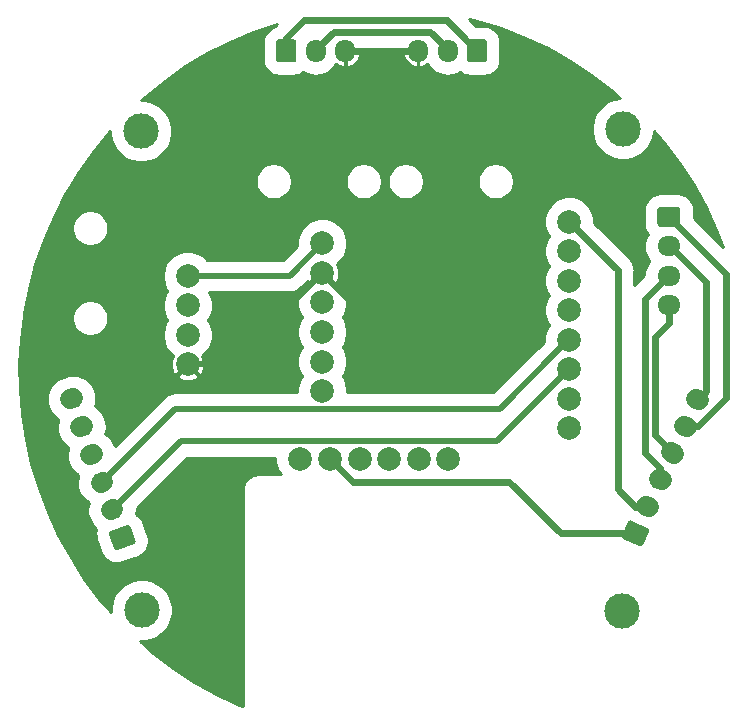
<source format=gbr>
G04 #@! TF.GenerationSoftware,KiCad,Pcbnew,(5.1.2)-2*
G04 #@! TF.CreationDate,2019-10-20T14:34:09-03:00*
G04 #@! TF.ProjectId,placa_sensores,706c6163-615f-4736-956e-736f7265732e,rev?*
G04 #@! TF.SameCoordinates,Original*
G04 #@! TF.FileFunction,Copper,L1,Top*
G04 #@! TF.FilePolarity,Positive*
%FSLAX46Y46*%
G04 Gerber Fmt 4.6, Leading zero omitted, Abs format (unit mm)*
G04 Created by KiCad (PCBNEW (5.1.2)-2) date 2019-10-20 14:34:09*
%MOMM*%
%LPD*%
G04 APERTURE LIST*
%ADD10C,2.000000*%
%ADD11C,3.000000*%
%ADD12C,1.700000*%
%ADD13C,1.700000*%
%ADD14C,0.100000*%
%ADD15O,1.950000X1.700000*%
%ADD16O,1.700000X1.950000*%
%ADD17C,0.800000*%
%ADD18C,0.500000*%
%ADD19C,0.600000*%
%ADD20C,0.254000*%
G04 APERTURE END LIST*
D10*
X70500000Y-62550000D03*
X68000000Y-62550000D03*
X65500000Y-62550000D03*
X63000000Y-62550000D03*
X60500000Y-62550000D03*
X58000000Y-62550000D03*
X80750000Y-59950000D03*
X80750000Y-57450000D03*
X80750000Y-54950000D03*
X80750000Y-52450000D03*
X80750000Y-49950000D03*
X80750000Y-47450000D03*
X80750000Y-44950000D03*
X80750000Y-42450000D03*
X59850000Y-56800000D03*
X59850000Y-54300000D03*
X59850000Y-51800000D03*
X59850000Y-49300000D03*
X59850000Y-46800000D03*
X59850000Y-44300000D03*
X48450000Y-47050000D03*
X48450000Y-49550000D03*
X48450000Y-52050000D03*
X48450000Y-54550000D03*
D11*
X44500000Y-34800000D03*
X85300000Y-34600000D03*
X85250000Y-75400000D03*
X44550000Y-75350000D03*
D12*
X91632728Y-57521153D03*
D13*
X91519440Y-57468326D02*
X91746016Y-57573980D01*
D12*
X90576183Y-59786922D03*
D13*
X90462895Y-59734095D02*
X90689471Y-59839749D01*
D12*
X89519637Y-62052692D03*
D13*
X89406349Y-61999865D02*
X89632925Y-62105519D01*
D12*
X88463091Y-64318461D03*
D13*
X88349803Y-64265634D02*
X88576379Y-64371288D01*
D12*
X87406546Y-66584231D03*
D13*
X87293258Y-66531404D02*
X87519834Y-66637058D01*
D14*
G36*
X85981831Y-67752326D02*
G01*
X86005920Y-67756981D01*
X86029435Y-67763975D01*
X86052153Y-67773240D01*
X87366299Y-68386037D01*
X87387998Y-68397484D01*
X87408471Y-68411003D01*
X87427521Y-68426463D01*
X87444963Y-68443717D01*
X87460631Y-68462596D01*
X87474372Y-68482921D01*
X87486055Y-68504494D01*
X87495567Y-68527109D01*
X87502817Y-68550547D01*
X87507734Y-68574583D01*
X87510272Y-68598985D01*
X87510406Y-68623519D01*
X87508135Y-68647947D01*
X87503479Y-68672036D01*
X87496486Y-68695551D01*
X87487221Y-68718269D01*
X86980079Y-69805838D01*
X86968632Y-69827537D01*
X86955113Y-69848010D01*
X86939653Y-69867060D01*
X86922400Y-69884502D01*
X86903520Y-69900170D01*
X86883195Y-69913911D01*
X86861622Y-69925594D01*
X86839007Y-69935106D01*
X86815569Y-69942356D01*
X86791533Y-69947273D01*
X86767131Y-69949811D01*
X86742597Y-69949945D01*
X86718169Y-69947674D01*
X86694080Y-69943019D01*
X86670565Y-69936025D01*
X86647847Y-69926760D01*
X85333701Y-69313963D01*
X85312002Y-69302516D01*
X85291529Y-69288997D01*
X85272479Y-69273537D01*
X85255037Y-69256283D01*
X85239369Y-69237404D01*
X85225628Y-69217079D01*
X85213945Y-69195506D01*
X85204433Y-69172891D01*
X85197183Y-69149453D01*
X85192266Y-69125417D01*
X85189728Y-69101015D01*
X85189594Y-69076481D01*
X85191865Y-69052053D01*
X85196521Y-69027964D01*
X85203514Y-69004449D01*
X85212779Y-68981731D01*
X85719921Y-67894162D01*
X85731368Y-67872463D01*
X85744887Y-67851990D01*
X85760347Y-67832940D01*
X85777600Y-67815498D01*
X85796480Y-67799830D01*
X85816805Y-67786089D01*
X85838378Y-67774406D01*
X85860993Y-67764894D01*
X85884431Y-67757644D01*
X85908467Y-67752727D01*
X85932869Y-67750189D01*
X85957403Y-67750055D01*
X85981831Y-67752326D01*
X85981831Y-67752326D01*
G37*
D12*
X86350000Y-68850000D03*
X38624748Y-57453842D03*
D13*
X38507286Y-57496595D02*
X38742210Y-57411089D01*
D12*
X39479799Y-59803074D03*
D13*
X39362337Y-59845827D02*
X39597261Y-59760321D01*
D12*
X40334849Y-62152305D03*
D13*
X40217387Y-62195058D02*
X40452311Y-62109552D01*
D12*
X41189899Y-64501537D03*
D13*
X41072437Y-64544290D02*
X41307361Y-64458784D01*
D12*
X42044950Y-66850768D03*
D13*
X41927488Y-66893521D02*
X42162412Y-66808015D01*
D14*
G36*
X43411398Y-68140729D02*
G01*
X43435486Y-68145384D01*
X43459002Y-68152378D01*
X43481720Y-68161643D01*
X43503419Y-68173090D01*
X43523892Y-68186609D01*
X43542942Y-68202069D01*
X43560384Y-68219322D01*
X43576052Y-68238202D01*
X43589793Y-68258527D01*
X43601476Y-68280100D01*
X43610988Y-68302715D01*
X44021412Y-69430346D01*
X44028662Y-69453784D01*
X44033579Y-69477820D01*
X44036117Y-69502222D01*
X44036251Y-69526756D01*
X44033980Y-69551184D01*
X44029325Y-69575272D01*
X44022331Y-69598788D01*
X44013066Y-69621506D01*
X44001619Y-69643205D01*
X43988100Y-69663678D01*
X43972640Y-69682728D01*
X43955387Y-69700170D01*
X43936507Y-69715838D01*
X43916182Y-69729579D01*
X43894609Y-69741262D01*
X43871994Y-69750774D01*
X42509440Y-70246703D01*
X42486002Y-70253953D01*
X42461966Y-70258870D01*
X42437564Y-70261408D01*
X42413030Y-70261542D01*
X42388602Y-70259271D01*
X42364514Y-70254616D01*
X42340998Y-70247622D01*
X42318280Y-70238357D01*
X42296581Y-70226910D01*
X42276108Y-70213391D01*
X42257058Y-70197931D01*
X42239616Y-70180678D01*
X42223948Y-70161798D01*
X42210207Y-70141473D01*
X42198524Y-70119900D01*
X42189012Y-70097285D01*
X41778588Y-68969654D01*
X41771338Y-68946216D01*
X41766421Y-68922180D01*
X41763883Y-68897778D01*
X41763749Y-68873244D01*
X41766020Y-68848816D01*
X41770675Y-68824728D01*
X41777669Y-68801212D01*
X41786934Y-68778494D01*
X41798381Y-68756795D01*
X41811900Y-68736322D01*
X41827360Y-68717272D01*
X41844613Y-68699830D01*
X41863493Y-68684162D01*
X41883818Y-68670421D01*
X41905391Y-68658738D01*
X41928006Y-68649226D01*
X43290560Y-68153297D01*
X43313998Y-68146047D01*
X43338034Y-68141130D01*
X43362436Y-68138592D01*
X43386970Y-68138458D01*
X43411398Y-68140729D01*
X43411398Y-68140729D01*
G37*
D12*
X42900000Y-69200000D03*
D15*
X89200000Y-49550000D03*
X89200000Y-47050000D03*
X89200000Y-44550000D03*
D14*
G36*
X89949504Y-41201204D02*
G01*
X89973773Y-41204804D01*
X89997571Y-41210765D01*
X90020671Y-41219030D01*
X90042849Y-41229520D01*
X90063893Y-41242133D01*
X90083598Y-41256747D01*
X90101777Y-41273223D01*
X90118253Y-41291402D01*
X90132867Y-41311107D01*
X90145480Y-41332151D01*
X90155970Y-41354329D01*
X90164235Y-41377429D01*
X90170196Y-41401227D01*
X90173796Y-41425496D01*
X90175000Y-41450000D01*
X90175000Y-42650000D01*
X90173796Y-42674504D01*
X90170196Y-42698773D01*
X90164235Y-42722571D01*
X90155970Y-42745671D01*
X90145480Y-42767849D01*
X90132867Y-42788893D01*
X90118253Y-42808598D01*
X90101777Y-42826777D01*
X90083598Y-42843253D01*
X90063893Y-42857867D01*
X90042849Y-42870480D01*
X90020671Y-42880970D01*
X89997571Y-42889235D01*
X89973773Y-42895196D01*
X89949504Y-42898796D01*
X89925000Y-42900000D01*
X88475000Y-42900000D01*
X88450496Y-42898796D01*
X88426227Y-42895196D01*
X88402429Y-42889235D01*
X88379329Y-42880970D01*
X88357151Y-42870480D01*
X88336107Y-42857867D01*
X88316402Y-42843253D01*
X88298223Y-42826777D01*
X88281747Y-42808598D01*
X88267133Y-42788893D01*
X88254520Y-42767849D01*
X88244030Y-42745671D01*
X88235765Y-42722571D01*
X88229804Y-42698773D01*
X88226204Y-42674504D01*
X88225000Y-42650000D01*
X88225000Y-41450000D01*
X88226204Y-41425496D01*
X88229804Y-41401227D01*
X88235765Y-41377429D01*
X88244030Y-41354329D01*
X88254520Y-41332151D01*
X88267133Y-41311107D01*
X88281747Y-41291402D01*
X88298223Y-41273223D01*
X88316402Y-41256747D01*
X88336107Y-41242133D01*
X88357151Y-41229520D01*
X88379329Y-41219030D01*
X88402429Y-41210765D01*
X88426227Y-41204804D01*
X88450496Y-41201204D01*
X88475000Y-41200000D01*
X89925000Y-41200000D01*
X89949504Y-41201204D01*
X89949504Y-41201204D01*
G37*
D12*
X89200000Y-42050000D03*
D16*
X61800000Y-28000000D03*
X59300000Y-28000000D03*
D14*
G36*
X57424504Y-27026204D02*
G01*
X57448773Y-27029804D01*
X57472571Y-27035765D01*
X57495671Y-27044030D01*
X57517849Y-27054520D01*
X57538893Y-27067133D01*
X57558598Y-27081747D01*
X57576777Y-27098223D01*
X57593253Y-27116402D01*
X57607867Y-27136107D01*
X57620480Y-27157151D01*
X57630970Y-27179329D01*
X57639235Y-27202429D01*
X57645196Y-27226227D01*
X57648796Y-27250496D01*
X57650000Y-27275000D01*
X57650000Y-28725000D01*
X57648796Y-28749504D01*
X57645196Y-28773773D01*
X57639235Y-28797571D01*
X57630970Y-28820671D01*
X57620480Y-28842849D01*
X57607867Y-28863893D01*
X57593253Y-28883598D01*
X57576777Y-28901777D01*
X57558598Y-28918253D01*
X57538893Y-28932867D01*
X57517849Y-28945480D01*
X57495671Y-28955970D01*
X57472571Y-28964235D01*
X57448773Y-28970196D01*
X57424504Y-28973796D01*
X57400000Y-28975000D01*
X56200000Y-28975000D01*
X56175496Y-28973796D01*
X56151227Y-28970196D01*
X56127429Y-28964235D01*
X56104329Y-28955970D01*
X56082151Y-28945480D01*
X56061107Y-28932867D01*
X56041402Y-28918253D01*
X56023223Y-28901777D01*
X56006747Y-28883598D01*
X55992133Y-28863893D01*
X55979520Y-28842849D01*
X55969030Y-28820671D01*
X55960765Y-28797571D01*
X55954804Y-28773773D01*
X55951204Y-28749504D01*
X55950000Y-28725000D01*
X55950000Y-27275000D01*
X55951204Y-27250496D01*
X55954804Y-27226227D01*
X55960765Y-27202429D01*
X55969030Y-27179329D01*
X55979520Y-27157151D01*
X55992133Y-27136107D01*
X56006747Y-27116402D01*
X56023223Y-27098223D01*
X56041402Y-27081747D01*
X56061107Y-27067133D01*
X56082151Y-27054520D01*
X56104329Y-27044030D01*
X56127429Y-27035765D01*
X56151227Y-27029804D01*
X56175496Y-27026204D01*
X56200000Y-27025000D01*
X57400000Y-27025000D01*
X57424504Y-27026204D01*
X57424504Y-27026204D01*
G37*
D12*
X56800000Y-28000000D03*
D16*
X67950000Y-28000000D03*
X70450000Y-28000000D03*
D14*
G36*
X73574504Y-27026204D02*
G01*
X73598773Y-27029804D01*
X73622571Y-27035765D01*
X73645671Y-27044030D01*
X73667849Y-27054520D01*
X73688893Y-27067133D01*
X73708598Y-27081747D01*
X73726777Y-27098223D01*
X73743253Y-27116402D01*
X73757867Y-27136107D01*
X73770480Y-27157151D01*
X73780970Y-27179329D01*
X73789235Y-27202429D01*
X73795196Y-27226227D01*
X73798796Y-27250496D01*
X73800000Y-27275000D01*
X73800000Y-28725000D01*
X73798796Y-28749504D01*
X73795196Y-28773773D01*
X73789235Y-28797571D01*
X73780970Y-28820671D01*
X73770480Y-28842849D01*
X73757867Y-28863893D01*
X73743253Y-28883598D01*
X73726777Y-28901777D01*
X73708598Y-28918253D01*
X73688893Y-28932867D01*
X73667849Y-28945480D01*
X73645671Y-28955970D01*
X73622571Y-28964235D01*
X73598773Y-28970196D01*
X73574504Y-28973796D01*
X73550000Y-28975000D01*
X72350000Y-28975000D01*
X72325496Y-28973796D01*
X72301227Y-28970196D01*
X72277429Y-28964235D01*
X72254329Y-28955970D01*
X72232151Y-28945480D01*
X72211107Y-28932867D01*
X72191402Y-28918253D01*
X72173223Y-28901777D01*
X72156747Y-28883598D01*
X72142133Y-28863893D01*
X72129520Y-28842849D01*
X72119030Y-28820671D01*
X72110765Y-28797571D01*
X72104804Y-28773773D01*
X72101204Y-28749504D01*
X72100000Y-28725000D01*
X72100000Y-27275000D01*
X72101204Y-27250496D01*
X72104804Y-27226227D01*
X72110765Y-27202429D01*
X72119030Y-27179329D01*
X72129520Y-27157151D01*
X72142133Y-27136107D01*
X72156747Y-27116402D01*
X72173223Y-27098223D01*
X72191402Y-27081747D01*
X72211107Y-27067133D01*
X72232151Y-27054520D01*
X72254329Y-27044030D01*
X72277429Y-27035765D01*
X72301227Y-27029804D01*
X72325496Y-27026204D01*
X72350000Y-27025000D01*
X73550000Y-27025000D01*
X73574504Y-27026204D01*
X73574504Y-27026204D01*
G37*
D12*
X72950000Y-28000000D03*
D17*
X68500000Y-55450000D03*
D18*
X79750001Y-55949999D02*
X80750000Y-54950000D01*
X74650001Y-61049999D02*
X79750001Y-55949999D01*
X47845719Y-61049999D02*
X74650001Y-61049999D01*
X42044950Y-66850768D02*
X47845719Y-61049999D01*
X79750001Y-53449999D02*
X80750000Y-52450000D01*
X74899999Y-58300001D02*
X79750001Y-53449999D01*
X47391435Y-58300001D02*
X74899999Y-58300001D01*
X41189899Y-64501537D02*
X47391435Y-58300001D01*
D19*
X67950000Y-28000000D02*
X61800000Y-28000000D01*
D18*
X52100000Y-54550000D02*
X59850000Y-46800000D01*
X48450000Y-54550000D02*
X52100000Y-54550000D01*
X59850000Y-46800000D02*
X68500000Y-55450000D01*
D19*
X70450000Y-27875000D02*
X70450000Y-28000000D01*
X68949990Y-26374990D02*
X70450000Y-27875000D01*
X60800010Y-26374990D02*
X68949990Y-26374990D01*
X59300000Y-27875000D02*
X60800010Y-26374990D01*
X59300000Y-28000000D02*
X59300000Y-27875000D01*
D18*
X57100000Y-47050000D02*
X59850000Y-44300000D01*
X48450000Y-47050000D02*
X57100000Y-47050000D01*
D19*
X72051628Y-27101628D02*
X72950000Y-28000000D01*
X70374980Y-25424980D02*
X72051628Y-27101628D01*
X58300020Y-25424980D02*
X70374980Y-25424980D01*
X56800000Y-26925000D02*
X58300020Y-25424980D01*
X56800000Y-28000000D02*
X56800000Y-26925000D01*
X89075000Y-47050000D02*
X89200000Y-47050000D01*
X87149990Y-48975010D02*
X89075000Y-47050000D01*
X87149990Y-62012681D02*
X87149990Y-48975010D01*
X88463091Y-63325782D02*
X87149990Y-62012681D01*
X88463091Y-64318461D02*
X88463091Y-63325782D01*
X86301744Y-66584231D02*
X84850000Y-65132487D01*
X84850000Y-65132487D02*
X84850000Y-46550000D01*
X84850000Y-46550000D02*
X80750000Y-42450000D01*
X87406546Y-66584231D02*
X86301744Y-66584231D01*
X80044178Y-68850000D02*
X75679304Y-64485126D01*
X75679304Y-64485126D02*
X62435126Y-64485126D01*
X62435126Y-64485126D02*
X60500000Y-62550000D01*
X86350000Y-68850000D02*
X80044178Y-68850000D01*
X89519637Y-62052692D02*
X88000000Y-60533055D01*
X89200000Y-51000000D02*
X89200000Y-49550000D01*
X88000000Y-52200000D02*
X89200000Y-51000000D01*
X88000000Y-60533055D02*
X88000000Y-52200000D01*
X89325000Y-44550000D02*
X89200000Y-44550000D01*
X91632728Y-57521153D02*
X92327442Y-56826439D01*
X92327442Y-56826439D02*
X92327442Y-47552442D01*
X92327442Y-47552442D02*
X89325000Y-44550000D01*
X91636237Y-59786922D02*
X94050000Y-57373159D01*
X90576183Y-59786922D02*
X91636237Y-59786922D01*
X94050000Y-46900000D02*
X89200000Y-42050000D01*
X94050000Y-57373159D02*
X94050000Y-46900000D01*
D20*
G36*
X72941812Y-25466593D02*
G01*
X74990790Y-26099094D01*
X76990662Y-26872988D01*
X78931665Y-27784493D01*
X80804355Y-28829176D01*
X82599629Y-30001956D01*
X84308713Y-31297109D01*
X85082002Y-31973000D01*
X85041263Y-31973000D01*
X84533732Y-32073954D01*
X84055649Y-32271983D01*
X83625385Y-32559476D01*
X83259476Y-32925385D01*
X82971983Y-33355649D01*
X82773954Y-33833732D01*
X82673000Y-34341263D01*
X82673000Y-34858737D01*
X82773954Y-35366268D01*
X82971983Y-35844351D01*
X83259476Y-36274615D01*
X83625385Y-36640524D01*
X84055649Y-36928017D01*
X84533732Y-37126046D01*
X85041263Y-37227000D01*
X85558737Y-37227000D01*
X86066268Y-37126046D01*
X86544351Y-36928017D01*
X86974615Y-36640524D01*
X87340524Y-36274615D01*
X87628017Y-35844351D01*
X87826046Y-35366268D01*
X87927000Y-34858737D01*
X87927000Y-34797252D01*
X88837936Y-35850910D01*
X90123816Y-37566968D01*
X91286859Y-39368549D01*
X92321392Y-41246864D01*
X93222393Y-43192792D01*
X93752132Y-44584049D01*
X91307453Y-42139371D01*
X91307453Y-41450000D01*
X91280890Y-41180297D01*
X91202220Y-40920958D01*
X91074468Y-40681950D01*
X90902542Y-40472458D01*
X90693050Y-40300532D01*
X90454042Y-40172780D01*
X90194703Y-40094110D01*
X89925000Y-40067547D01*
X88475000Y-40067547D01*
X88205297Y-40094110D01*
X87945958Y-40172780D01*
X87706950Y-40300532D01*
X87497458Y-40472458D01*
X87325532Y-40681950D01*
X87197780Y-40920958D01*
X87119110Y-41180297D01*
X87092547Y-41450000D01*
X87092547Y-42650000D01*
X87119110Y-42919703D01*
X87197780Y-43179042D01*
X87325532Y-43418050D01*
X87393849Y-43501295D01*
X87239653Y-43789774D01*
X87126606Y-44162440D01*
X87088435Y-44550000D01*
X87126606Y-44937560D01*
X87239653Y-45310226D01*
X87423232Y-45653676D01*
X87543316Y-45800000D01*
X87423232Y-45946324D01*
X87239653Y-46289774D01*
X87126606Y-46662440D01*
X87091878Y-47015040D01*
X86277000Y-47829918D01*
X86277000Y-46620090D01*
X86283903Y-46550000D01*
X86277000Y-46479910D01*
X86277000Y-46479902D01*
X86256352Y-46270259D01*
X86174755Y-46001269D01*
X86042248Y-45753366D01*
X86023781Y-45730864D01*
X85908608Y-45590525D01*
X85908605Y-45590522D01*
X85863923Y-45536077D01*
X85809478Y-45491395D01*
X82877000Y-42558918D01*
X82877000Y-42240509D01*
X82795261Y-41829577D01*
X82634923Y-41442488D01*
X82402149Y-41094116D01*
X82105884Y-40797851D01*
X81757512Y-40565077D01*
X81370423Y-40404739D01*
X80959491Y-40323000D01*
X80540509Y-40323000D01*
X80129577Y-40404739D01*
X79742488Y-40565077D01*
X79394116Y-40797851D01*
X79097851Y-41094116D01*
X78865077Y-41442488D01*
X78704739Y-41829577D01*
X78623000Y-42240509D01*
X78623000Y-42659491D01*
X78704739Y-43070423D01*
X78865077Y-43457512D01*
X79027102Y-43700000D01*
X78865077Y-43942488D01*
X78704739Y-44329577D01*
X78623000Y-44740509D01*
X78623000Y-45159491D01*
X78704739Y-45570423D01*
X78865077Y-45957512D01*
X79027102Y-46200000D01*
X78865077Y-46442488D01*
X78704739Y-46829577D01*
X78623000Y-47240509D01*
X78623000Y-47659491D01*
X78704739Y-48070423D01*
X78865077Y-48457512D01*
X79027102Y-48700000D01*
X78865077Y-48942488D01*
X78704739Y-49329577D01*
X78623000Y-49740509D01*
X78623000Y-50159491D01*
X78704739Y-50570423D01*
X78865077Y-50957512D01*
X79027102Y-51200000D01*
X78865077Y-51442488D01*
X78704739Y-51829577D01*
X78623000Y-52240509D01*
X78623000Y-52629627D01*
X74329628Y-56923001D01*
X61977000Y-56923001D01*
X61977000Y-56590509D01*
X61895261Y-56179577D01*
X61734923Y-55792488D01*
X61572898Y-55550000D01*
X61734923Y-55307512D01*
X61895261Y-54920423D01*
X61977000Y-54509491D01*
X61977000Y-54090509D01*
X61895261Y-53679577D01*
X61734923Y-53292488D01*
X61572898Y-53050000D01*
X61734923Y-52807512D01*
X61895261Y-52420423D01*
X61977000Y-52009491D01*
X61977000Y-51590509D01*
X61895261Y-51179577D01*
X61734923Y-50792488D01*
X61572898Y-50550000D01*
X61734923Y-50307512D01*
X61895261Y-49920423D01*
X61977000Y-49509491D01*
X61977000Y-49090509D01*
X61895261Y-48679577D01*
X61734923Y-48292488D01*
X61502149Y-47944116D01*
X61205884Y-47647851D01*
X61063680Y-47552833D01*
X61161653Y-47379354D01*
X61249477Y-47112331D01*
X61283519Y-46833306D01*
X61262473Y-46553001D01*
X61187145Y-46282186D01*
X61067253Y-46044779D01*
X61205884Y-45952149D01*
X61502149Y-45655884D01*
X61734923Y-45307512D01*
X61895261Y-44920423D01*
X61977000Y-44509491D01*
X61977000Y-44090509D01*
X61895261Y-43679577D01*
X61734923Y-43292488D01*
X61502149Y-42944116D01*
X61205884Y-42647851D01*
X60857512Y-42415077D01*
X60470423Y-42254739D01*
X60059491Y-42173000D01*
X59640509Y-42173000D01*
X59229577Y-42254739D01*
X58842488Y-42415077D01*
X58494116Y-42647851D01*
X58197851Y-42944116D01*
X57965077Y-43292488D01*
X57804739Y-43679577D01*
X57723000Y-44090509D01*
X57723000Y-44479628D01*
X56529629Y-45673000D01*
X50081033Y-45673000D01*
X49805884Y-45397851D01*
X49457512Y-45165077D01*
X49070423Y-45004739D01*
X48659491Y-44923000D01*
X48240509Y-44923000D01*
X47829577Y-45004739D01*
X47442488Y-45165077D01*
X47094116Y-45397851D01*
X46797851Y-45694116D01*
X46565077Y-46042488D01*
X46404739Y-46429577D01*
X46323000Y-46840509D01*
X46323000Y-47259491D01*
X46404739Y-47670423D01*
X46565077Y-48057512D01*
X46727102Y-48300000D01*
X46565077Y-48542488D01*
X46404739Y-48929577D01*
X46323000Y-49340509D01*
X46323000Y-49759491D01*
X46404739Y-50170423D01*
X46565077Y-50557512D01*
X46727102Y-50800000D01*
X46565077Y-51042488D01*
X46404739Y-51429577D01*
X46323000Y-51840509D01*
X46323000Y-52259491D01*
X46404739Y-52670423D01*
X46565077Y-53057512D01*
X46797851Y-53405884D01*
X47094116Y-53702149D01*
X47236320Y-53797167D01*
X47138347Y-53970646D01*
X47050523Y-54237669D01*
X47016481Y-54516694D01*
X47037527Y-54796999D01*
X47112855Y-55067814D01*
X47239568Y-55318728D01*
X47276576Y-55374113D01*
X47495437Y-55472036D01*
X48417473Y-54550000D01*
X48403331Y-54535858D01*
X48435858Y-54503331D01*
X48450000Y-54517473D01*
X48464142Y-54503331D01*
X48496669Y-54535858D01*
X48482527Y-54550000D01*
X49404563Y-55472036D01*
X49623424Y-55374113D01*
X49761653Y-55129354D01*
X49849477Y-54862331D01*
X49883519Y-54583306D01*
X49862473Y-54303001D01*
X49787145Y-54032186D01*
X49667253Y-53794779D01*
X49805884Y-53702149D01*
X50102149Y-53405884D01*
X50334923Y-53057512D01*
X50495261Y-52670423D01*
X50577000Y-52259491D01*
X50577000Y-51840509D01*
X50495261Y-51429577D01*
X50334923Y-51042488D01*
X50172898Y-50800000D01*
X50334923Y-50557512D01*
X50495261Y-50170423D01*
X50577000Y-49759491D01*
X50577000Y-49340509D01*
X50495261Y-48929577D01*
X50334923Y-48542488D01*
X50257757Y-48427000D01*
X57032360Y-48427000D01*
X57100000Y-48433662D01*
X57369939Y-48407075D01*
X57476484Y-48374755D01*
X57629505Y-48328337D01*
X57868721Y-48200473D01*
X58078397Y-48028397D01*
X58121521Y-47975850D01*
X58602347Y-47495024D01*
X58632747Y-47555221D01*
X58494116Y-47647851D01*
X58197851Y-47944116D01*
X57965077Y-48292488D01*
X57804739Y-48679577D01*
X57723000Y-49090509D01*
X57723000Y-49509491D01*
X57804739Y-49920423D01*
X57965077Y-50307512D01*
X58127102Y-50550000D01*
X57965077Y-50792488D01*
X57804739Y-51179577D01*
X57723000Y-51590509D01*
X57723000Y-52009491D01*
X57804739Y-52420423D01*
X57965077Y-52807512D01*
X58127102Y-53050000D01*
X57965077Y-53292488D01*
X57804739Y-53679577D01*
X57723000Y-54090509D01*
X57723000Y-54509491D01*
X57804739Y-54920423D01*
X57965077Y-55307512D01*
X58127102Y-55550000D01*
X57965077Y-55792488D01*
X57804739Y-56179577D01*
X57723000Y-56590509D01*
X57723000Y-56923001D01*
X47459071Y-56923001D01*
X47391434Y-56916339D01*
X47323797Y-56923001D01*
X47323795Y-56923001D01*
X47121496Y-56942926D01*
X46861930Y-57021664D01*
X46622714Y-57149528D01*
X46413038Y-57321604D01*
X46369920Y-57374144D01*
X42317413Y-61426651D01*
X42150646Y-61078971D01*
X41916956Y-60767445D01*
X41626981Y-60507496D01*
X41464097Y-60411070D01*
X41526895Y-60232494D01*
X41581935Y-59846969D01*
X41560704Y-59458114D01*
X41464019Y-59080872D01*
X41295596Y-58729740D01*
X41061906Y-58418214D01*
X40771931Y-58158265D01*
X40609046Y-58061839D01*
X40671844Y-57883262D01*
X40726884Y-57497737D01*
X40705653Y-57108882D01*
X40608968Y-56731640D01*
X40440545Y-56380508D01*
X40206855Y-56068982D01*
X39916880Y-55809033D01*
X39581764Y-55610648D01*
X39280095Y-55504563D01*
X47527964Y-55504563D01*
X47625887Y-55723424D01*
X47870646Y-55861653D01*
X48137669Y-55949477D01*
X48416694Y-55983519D01*
X48696999Y-55962473D01*
X48967814Y-55887145D01*
X49218728Y-55760432D01*
X49274113Y-55723424D01*
X49372036Y-55504563D01*
X48450000Y-54582527D01*
X47527964Y-55504563D01*
X39280095Y-55504563D01*
X39214383Y-55481455D01*
X38828858Y-55426415D01*
X38440003Y-55447645D01*
X38157291Y-55520103D01*
X37739849Y-55672041D01*
X37476705Y-55798260D01*
X37165178Y-56031949D01*
X36905229Y-56321925D01*
X36706845Y-56657041D01*
X36577652Y-57024422D01*
X36522612Y-57409947D01*
X36543842Y-57798802D01*
X36640528Y-58176044D01*
X36808951Y-58527176D01*
X37042640Y-58838703D01*
X37332616Y-59098652D01*
X37495501Y-59195078D01*
X37432703Y-59373654D01*
X37377663Y-59759179D01*
X37398893Y-60148034D01*
X37495579Y-60525276D01*
X37664002Y-60876408D01*
X37897691Y-61187935D01*
X38187667Y-61447884D01*
X38350551Y-61544309D01*
X38287753Y-61722885D01*
X38232713Y-62108410D01*
X38253943Y-62497265D01*
X38350629Y-62874507D01*
X38519052Y-63225639D01*
X38752741Y-63537166D01*
X39042717Y-63797115D01*
X39205601Y-63893540D01*
X39142803Y-64072117D01*
X39087763Y-64457642D01*
X39108993Y-64846497D01*
X39205679Y-65223739D01*
X39374102Y-65574871D01*
X39607791Y-65886398D01*
X39897767Y-66146347D01*
X40060652Y-66242773D01*
X39997854Y-66421348D01*
X39942814Y-66806873D01*
X39964044Y-67195728D01*
X40060730Y-67572970D01*
X40229153Y-67924102D01*
X40462842Y-68235629D01*
X40706402Y-68453968D01*
X40670676Y-68555559D01*
X40632374Y-68823847D01*
X40647148Y-69094452D01*
X40714430Y-69356976D01*
X41124854Y-70484607D01*
X41242059Y-70728960D01*
X41404684Y-70945752D01*
X41606477Y-71126652D01*
X41839685Y-71264708D01*
X42095345Y-71354615D01*
X42363633Y-71392917D01*
X42634238Y-71378143D01*
X42896762Y-71310861D01*
X44259316Y-70814932D01*
X44503669Y-70697727D01*
X44720461Y-70535102D01*
X44901361Y-70333309D01*
X45039417Y-70100101D01*
X45129324Y-69844441D01*
X45167626Y-69576153D01*
X45152852Y-69305548D01*
X45085570Y-69043024D01*
X44675146Y-67915393D01*
X44557941Y-67671040D01*
X44395316Y-67454248D01*
X44193523Y-67273348D01*
X44100854Y-67218489D01*
X44147086Y-66894663D01*
X44136801Y-66706288D01*
X48416091Y-62426999D01*
X55873000Y-62426999D01*
X55873000Y-62759491D01*
X55954739Y-63170423D01*
X56115077Y-63557512D01*
X56315947Y-63858136D01*
X54472788Y-63858136D01*
X54410062Y-63851958D01*
X54347336Y-63858136D01*
X54159726Y-63876614D01*
X53919011Y-63949634D01*
X53697166Y-64068212D01*
X53502718Y-64227792D01*
X53343138Y-64422240D01*
X53224560Y-64644085D01*
X53151540Y-64884800D01*
X53126884Y-65135136D01*
X53133063Y-65197872D01*
X53133062Y-83485215D01*
X52829468Y-83367732D01*
X50888460Y-82456225D01*
X49015763Y-81411539D01*
X47220496Y-80238762D01*
X45511419Y-78943616D01*
X44405511Y-77977000D01*
X44808737Y-77977000D01*
X45316268Y-77876046D01*
X45794351Y-77678017D01*
X46224615Y-77390524D01*
X46590524Y-77024615D01*
X46878017Y-76594351D01*
X47076046Y-76116268D01*
X47177000Y-75608737D01*
X47177000Y-75091263D01*
X47076046Y-74583732D01*
X46878017Y-74105649D01*
X46590524Y-73675385D01*
X46224615Y-73309476D01*
X45794351Y-73021983D01*
X45316268Y-72823954D01*
X44808737Y-72723000D01*
X44291263Y-72723000D01*
X43783732Y-72823954D01*
X43305649Y-73021983D01*
X42875385Y-73309476D01*
X42509476Y-73675385D01*
X42221983Y-74105649D01*
X42023954Y-74583732D01*
X41923000Y-75091263D01*
X41923000Y-75478023D01*
X40982194Y-74389817D01*
X39696308Y-72673750D01*
X38533265Y-70872169D01*
X37498732Y-68993854D01*
X36597733Y-67047931D01*
X35834680Y-65043919D01*
X35213270Y-62991537D01*
X34736546Y-60900827D01*
X34406821Y-58781941D01*
X34225706Y-56645226D01*
X34194083Y-54501075D01*
X34312103Y-52359960D01*
X34549402Y-50469604D01*
X38673000Y-50469604D01*
X38673000Y-50770396D01*
X38731681Y-51065410D01*
X38846790Y-51343306D01*
X39013901Y-51593406D01*
X39226594Y-51806099D01*
X39476694Y-51973210D01*
X39754590Y-52088319D01*
X40049604Y-52147000D01*
X40350396Y-52147000D01*
X40645410Y-52088319D01*
X40923306Y-51973210D01*
X41173406Y-51806099D01*
X41386099Y-51593406D01*
X41553210Y-51343306D01*
X41668319Y-51065410D01*
X41727000Y-50770396D01*
X41727000Y-50469604D01*
X41668319Y-50174590D01*
X41553210Y-49896694D01*
X41386099Y-49646594D01*
X41173406Y-49433901D01*
X40923306Y-49266790D01*
X40645410Y-49151681D01*
X40350396Y-49093000D01*
X40049604Y-49093000D01*
X39754590Y-49151681D01*
X39476694Y-49266790D01*
X39226594Y-49433901D01*
X39013901Y-49646594D01*
X38846790Y-49896694D01*
X38731681Y-50174590D01*
X38673000Y-50469604D01*
X34549402Y-50469604D01*
X34579196Y-50232264D01*
X34994054Y-48128409D01*
X35554667Y-46058590D01*
X36258289Y-44032941D01*
X36764369Y-42849604D01*
X38673000Y-42849604D01*
X38673000Y-43150396D01*
X38731681Y-43445410D01*
X38846790Y-43723306D01*
X39013901Y-43973406D01*
X39226594Y-44186099D01*
X39476694Y-44353210D01*
X39754590Y-44468319D01*
X40049604Y-44527000D01*
X40350396Y-44527000D01*
X40645410Y-44468319D01*
X40923306Y-44353210D01*
X41173406Y-44186099D01*
X41386099Y-43973406D01*
X41553210Y-43723306D01*
X41668319Y-43445410D01*
X41727000Y-43150396D01*
X41727000Y-42849604D01*
X41668319Y-42554590D01*
X41553210Y-42276694D01*
X41386099Y-42026594D01*
X41173406Y-41813901D01*
X40923306Y-41646790D01*
X40645410Y-41531681D01*
X40350396Y-41473000D01*
X40049604Y-41473000D01*
X39754590Y-41531681D01*
X39476694Y-41646790D01*
X39226594Y-41813901D01*
X39013901Y-42026594D01*
X38846790Y-42276694D01*
X38731681Y-42554590D01*
X38673000Y-42849604D01*
X36764369Y-42849604D01*
X37101504Y-42061303D01*
X38080198Y-40153286D01*
X38838109Y-38899604D01*
X54203000Y-38899604D01*
X54203000Y-39200396D01*
X54261681Y-39495410D01*
X54376790Y-39773306D01*
X54543901Y-40023406D01*
X54756594Y-40236099D01*
X55006694Y-40403210D01*
X55284590Y-40518319D01*
X55579604Y-40577000D01*
X55880396Y-40577000D01*
X56175410Y-40518319D01*
X56453306Y-40403210D01*
X56703406Y-40236099D01*
X56916099Y-40023406D01*
X57083210Y-39773306D01*
X57198319Y-39495410D01*
X57257000Y-39200396D01*
X57257000Y-38899604D01*
X61823000Y-38899604D01*
X61823000Y-39200396D01*
X61881681Y-39495410D01*
X61996790Y-39773306D01*
X62163901Y-40023406D01*
X62376594Y-40236099D01*
X62626694Y-40403210D01*
X62904590Y-40518319D01*
X63199604Y-40577000D01*
X63500396Y-40577000D01*
X63795410Y-40518319D01*
X64073306Y-40403210D01*
X64323406Y-40236099D01*
X64536099Y-40023406D01*
X64703210Y-39773306D01*
X64818319Y-39495410D01*
X64877000Y-39200396D01*
X64877000Y-38899604D01*
X65373000Y-38899604D01*
X65373000Y-39200396D01*
X65431681Y-39495410D01*
X65546790Y-39773306D01*
X65713901Y-40023406D01*
X65926594Y-40236099D01*
X66176694Y-40403210D01*
X66454590Y-40518319D01*
X66749604Y-40577000D01*
X67050396Y-40577000D01*
X67345410Y-40518319D01*
X67623306Y-40403210D01*
X67873406Y-40236099D01*
X68086099Y-40023406D01*
X68253210Y-39773306D01*
X68368319Y-39495410D01*
X68427000Y-39200396D01*
X68427000Y-38899604D01*
X72993000Y-38899604D01*
X72993000Y-39200396D01*
X73051681Y-39495410D01*
X73166790Y-39773306D01*
X73333901Y-40023406D01*
X73546594Y-40236099D01*
X73796694Y-40403210D01*
X74074590Y-40518319D01*
X74369604Y-40577000D01*
X74670396Y-40577000D01*
X74965410Y-40518319D01*
X75243306Y-40403210D01*
X75493406Y-40236099D01*
X75706099Y-40023406D01*
X75873210Y-39773306D01*
X75988319Y-39495410D01*
X76047000Y-39200396D01*
X76047000Y-38899604D01*
X75988319Y-38604590D01*
X75873210Y-38326694D01*
X75706099Y-38076594D01*
X75493406Y-37863901D01*
X75243306Y-37696790D01*
X74965410Y-37581681D01*
X74670396Y-37523000D01*
X74369604Y-37523000D01*
X74074590Y-37581681D01*
X73796694Y-37696790D01*
X73546594Y-37863901D01*
X73333901Y-38076594D01*
X73166790Y-38326694D01*
X73051681Y-38604590D01*
X72993000Y-38899604D01*
X68427000Y-38899604D01*
X68368319Y-38604590D01*
X68253210Y-38326694D01*
X68086099Y-38076594D01*
X67873406Y-37863901D01*
X67623306Y-37696790D01*
X67345410Y-37581681D01*
X67050396Y-37523000D01*
X66749604Y-37523000D01*
X66454590Y-37581681D01*
X66176694Y-37696790D01*
X65926594Y-37863901D01*
X65713901Y-38076594D01*
X65546790Y-38326694D01*
X65431681Y-38604590D01*
X65373000Y-38899604D01*
X64877000Y-38899604D01*
X64818319Y-38604590D01*
X64703210Y-38326694D01*
X64536099Y-38076594D01*
X64323406Y-37863901D01*
X64073306Y-37696790D01*
X63795410Y-37581681D01*
X63500396Y-37523000D01*
X63199604Y-37523000D01*
X62904590Y-37581681D01*
X62626694Y-37696790D01*
X62376594Y-37863901D01*
X62163901Y-38076594D01*
X61996790Y-38326694D01*
X61881681Y-38604590D01*
X61823000Y-38899604D01*
X57257000Y-38899604D01*
X57198319Y-38604590D01*
X57083210Y-38326694D01*
X56916099Y-38076594D01*
X56703406Y-37863901D01*
X56453306Y-37696790D01*
X56175410Y-37581681D01*
X55880396Y-37523000D01*
X55579604Y-37523000D01*
X55284590Y-37581681D01*
X55006694Y-37696790D01*
X54756594Y-37863901D01*
X54543901Y-38076594D01*
X54376790Y-38326694D01*
X54261681Y-38604590D01*
X54203000Y-38899604D01*
X38838109Y-38899604D01*
X39189598Y-38318197D01*
X40424314Y-36564956D01*
X41778321Y-34902114D01*
X41873000Y-34801132D01*
X41873000Y-35058737D01*
X41973954Y-35566268D01*
X42171983Y-36044351D01*
X42459476Y-36474615D01*
X42825385Y-36840524D01*
X43255649Y-37128017D01*
X43733732Y-37326046D01*
X44241263Y-37427000D01*
X44758737Y-37427000D01*
X45266268Y-37326046D01*
X45744351Y-37128017D01*
X46174615Y-36840524D01*
X46540524Y-36474615D01*
X46828017Y-36044351D01*
X47026046Y-35566268D01*
X47127000Y-35058737D01*
X47127000Y-34541263D01*
X47026046Y-34033732D01*
X46828017Y-33555649D01*
X46540524Y-33125385D01*
X46174615Y-32759476D01*
X45744351Y-32471983D01*
X45266268Y-32273954D01*
X44758737Y-32173000D01*
X44500885Y-32173000D01*
X44817272Y-31879561D01*
X46487416Y-30534571D01*
X48247314Y-29309360D01*
X50088390Y-28209898D01*
X52001671Y-27241544D01*
X53977833Y-26409015D01*
X55981899Y-25725019D01*
X55840523Y-25866395D01*
X55786078Y-25911077D01*
X55741395Y-25965523D01*
X55741392Y-25965526D01*
X55729495Y-25980023D01*
X55670958Y-25997780D01*
X55431950Y-26125532D01*
X55222458Y-26297458D01*
X55050532Y-26506950D01*
X54922780Y-26745958D01*
X54844110Y-27005297D01*
X54817547Y-27275000D01*
X54817547Y-28725000D01*
X54844110Y-28994703D01*
X54922780Y-29254042D01*
X55050532Y-29493050D01*
X55222458Y-29702542D01*
X55431950Y-29874468D01*
X55670958Y-30002220D01*
X55930297Y-30080890D01*
X56200000Y-30107453D01*
X57400000Y-30107453D01*
X57669703Y-30080890D01*
X57929042Y-30002220D01*
X58168050Y-29874468D01*
X58251295Y-29806150D01*
X58539775Y-29960347D01*
X58912441Y-30073394D01*
X59300000Y-30111565D01*
X59687560Y-30073394D01*
X60060226Y-29960347D01*
X60403676Y-29776768D01*
X60704714Y-29529714D01*
X60951768Y-29228676D01*
X61009623Y-29120437D01*
X61109661Y-29199565D01*
X61332563Y-29313596D01*
X61573428Y-29381950D01*
X61577549Y-29382476D01*
X61777000Y-29295024D01*
X61777000Y-28023000D01*
X61823000Y-28023000D01*
X61823000Y-29295024D01*
X62022451Y-29382476D01*
X62026572Y-29381950D01*
X62267437Y-29313596D01*
X62490339Y-29199565D01*
X62686712Y-29044239D01*
X62849009Y-28853587D01*
X62970993Y-28634936D01*
X63047976Y-28396688D01*
X63077000Y-28148000D01*
X63077000Y-28023000D01*
X66673000Y-28023000D01*
X66673000Y-28148000D01*
X66702024Y-28396688D01*
X66779007Y-28634936D01*
X66900991Y-28853587D01*
X67063288Y-29044239D01*
X67259661Y-29199565D01*
X67482563Y-29313596D01*
X67723428Y-29381950D01*
X67727549Y-29382476D01*
X67927000Y-29295024D01*
X67927000Y-28023000D01*
X66673000Y-28023000D01*
X63077000Y-28023000D01*
X61823000Y-28023000D01*
X61777000Y-28023000D01*
X61757000Y-28023000D01*
X61757000Y-27977000D01*
X61777000Y-27977000D01*
X61777000Y-27957000D01*
X61823000Y-27957000D01*
X61823000Y-27977000D01*
X63077000Y-27977000D01*
X63077000Y-27852000D01*
X63071163Y-27801990D01*
X66678837Y-27801990D01*
X66673000Y-27852000D01*
X66673000Y-27977000D01*
X67927000Y-27977000D01*
X67927000Y-27957000D01*
X67973000Y-27957000D01*
X67973000Y-27977000D01*
X67993000Y-27977000D01*
X67993000Y-28023000D01*
X67973000Y-28023000D01*
X67973000Y-29295024D01*
X68172451Y-29382476D01*
X68176572Y-29381950D01*
X68417437Y-29313596D01*
X68640339Y-29199565D01*
X68740377Y-29120437D01*
X68798232Y-29228676D01*
X69045286Y-29529714D01*
X69346324Y-29776768D01*
X69689774Y-29960347D01*
X70062440Y-30073394D01*
X70450000Y-30111565D01*
X70837559Y-30073394D01*
X71210225Y-29960347D01*
X71498705Y-29806151D01*
X71581950Y-29874468D01*
X71820958Y-30002220D01*
X72080297Y-30080890D01*
X72350000Y-30107453D01*
X73550000Y-30107453D01*
X73819703Y-30080890D01*
X74079042Y-30002220D01*
X74318050Y-29874468D01*
X74527542Y-29702542D01*
X74699468Y-29493050D01*
X74827220Y-29254042D01*
X74905890Y-28994703D01*
X74932453Y-28725000D01*
X74932453Y-27275000D01*
X74905890Y-27005297D01*
X74827220Y-26745958D01*
X74699468Y-26506950D01*
X74527542Y-26297458D01*
X74318050Y-26125532D01*
X74079042Y-25997780D01*
X73819703Y-25919110D01*
X73550000Y-25892547D01*
X72860629Y-25892547D01*
X72279995Y-25311913D01*
X72941812Y-25466593D01*
X72941812Y-25466593D01*
G37*
X72941812Y-25466593D02*
X74990790Y-26099094D01*
X76990662Y-26872988D01*
X78931665Y-27784493D01*
X80804355Y-28829176D01*
X82599629Y-30001956D01*
X84308713Y-31297109D01*
X85082002Y-31973000D01*
X85041263Y-31973000D01*
X84533732Y-32073954D01*
X84055649Y-32271983D01*
X83625385Y-32559476D01*
X83259476Y-32925385D01*
X82971983Y-33355649D01*
X82773954Y-33833732D01*
X82673000Y-34341263D01*
X82673000Y-34858737D01*
X82773954Y-35366268D01*
X82971983Y-35844351D01*
X83259476Y-36274615D01*
X83625385Y-36640524D01*
X84055649Y-36928017D01*
X84533732Y-37126046D01*
X85041263Y-37227000D01*
X85558737Y-37227000D01*
X86066268Y-37126046D01*
X86544351Y-36928017D01*
X86974615Y-36640524D01*
X87340524Y-36274615D01*
X87628017Y-35844351D01*
X87826046Y-35366268D01*
X87927000Y-34858737D01*
X87927000Y-34797252D01*
X88837936Y-35850910D01*
X90123816Y-37566968D01*
X91286859Y-39368549D01*
X92321392Y-41246864D01*
X93222393Y-43192792D01*
X93752132Y-44584049D01*
X91307453Y-42139371D01*
X91307453Y-41450000D01*
X91280890Y-41180297D01*
X91202220Y-40920958D01*
X91074468Y-40681950D01*
X90902542Y-40472458D01*
X90693050Y-40300532D01*
X90454042Y-40172780D01*
X90194703Y-40094110D01*
X89925000Y-40067547D01*
X88475000Y-40067547D01*
X88205297Y-40094110D01*
X87945958Y-40172780D01*
X87706950Y-40300532D01*
X87497458Y-40472458D01*
X87325532Y-40681950D01*
X87197780Y-40920958D01*
X87119110Y-41180297D01*
X87092547Y-41450000D01*
X87092547Y-42650000D01*
X87119110Y-42919703D01*
X87197780Y-43179042D01*
X87325532Y-43418050D01*
X87393849Y-43501295D01*
X87239653Y-43789774D01*
X87126606Y-44162440D01*
X87088435Y-44550000D01*
X87126606Y-44937560D01*
X87239653Y-45310226D01*
X87423232Y-45653676D01*
X87543316Y-45800000D01*
X87423232Y-45946324D01*
X87239653Y-46289774D01*
X87126606Y-46662440D01*
X87091878Y-47015040D01*
X86277000Y-47829918D01*
X86277000Y-46620090D01*
X86283903Y-46550000D01*
X86277000Y-46479910D01*
X86277000Y-46479902D01*
X86256352Y-46270259D01*
X86174755Y-46001269D01*
X86042248Y-45753366D01*
X86023781Y-45730864D01*
X85908608Y-45590525D01*
X85908605Y-45590522D01*
X85863923Y-45536077D01*
X85809478Y-45491395D01*
X82877000Y-42558918D01*
X82877000Y-42240509D01*
X82795261Y-41829577D01*
X82634923Y-41442488D01*
X82402149Y-41094116D01*
X82105884Y-40797851D01*
X81757512Y-40565077D01*
X81370423Y-40404739D01*
X80959491Y-40323000D01*
X80540509Y-40323000D01*
X80129577Y-40404739D01*
X79742488Y-40565077D01*
X79394116Y-40797851D01*
X79097851Y-41094116D01*
X78865077Y-41442488D01*
X78704739Y-41829577D01*
X78623000Y-42240509D01*
X78623000Y-42659491D01*
X78704739Y-43070423D01*
X78865077Y-43457512D01*
X79027102Y-43700000D01*
X78865077Y-43942488D01*
X78704739Y-44329577D01*
X78623000Y-44740509D01*
X78623000Y-45159491D01*
X78704739Y-45570423D01*
X78865077Y-45957512D01*
X79027102Y-46200000D01*
X78865077Y-46442488D01*
X78704739Y-46829577D01*
X78623000Y-47240509D01*
X78623000Y-47659491D01*
X78704739Y-48070423D01*
X78865077Y-48457512D01*
X79027102Y-48700000D01*
X78865077Y-48942488D01*
X78704739Y-49329577D01*
X78623000Y-49740509D01*
X78623000Y-50159491D01*
X78704739Y-50570423D01*
X78865077Y-50957512D01*
X79027102Y-51200000D01*
X78865077Y-51442488D01*
X78704739Y-51829577D01*
X78623000Y-52240509D01*
X78623000Y-52629627D01*
X74329628Y-56923001D01*
X61977000Y-56923001D01*
X61977000Y-56590509D01*
X61895261Y-56179577D01*
X61734923Y-55792488D01*
X61572898Y-55550000D01*
X61734923Y-55307512D01*
X61895261Y-54920423D01*
X61977000Y-54509491D01*
X61977000Y-54090509D01*
X61895261Y-53679577D01*
X61734923Y-53292488D01*
X61572898Y-53050000D01*
X61734923Y-52807512D01*
X61895261Y-52420423D01*
X61977000Y-52009491D01*
X61977000Y-51590509D01*
X61895261Y-51179577D01*
X61734923Y-50792488D01*
X61572898Y-50550000D01*
X61734923Y-50307512D01*
X61895261Y-49920423D01*
X61977000Y-49509491D01*
X61977000Y-49090509D01*
X61895261Y-48679577D01*
X61734923Y-48292488D01*
X61502149Y-47944116D01*
X61205884Y-47647851D01*
X61063680Y-47552833D01*
X61161653Y-47379354D01*
X61249477Y-47112331D01*
X61283519Y-46833306D01*
X61262473Y-46553001D01*
X61187145Y-46282186D01*
X61067253Y-46044779D01*
X61205884Y-45952149D01*
X61502149Y-45655884D01*
X61734923Y-45307512D01*
X61895261Y-44920423D01*
X61977000Y-44509491D01*
X61977000Y-44090509D01*
X61895261Y-43679577D01*
X61734923Y-43292488D01*
X61502149Y-42944116D01*
X61205884Y-42647851D01*
X60857512Y-42415077D01*
X60470423Y-42254739D01*
X60059491Y-42173000D01*
X59640509Y-42173000D01*
X59229577Y-42254739D01*
X58842488Y-42415077D01*
X58494116Y-42647851D01*
X58197851Y-42944116D01*
X57965077Y-43292488D01*
X57804739Y-43679577D01*
X57723000Y-44090509D01*
X57723000Y-44479628D01*
X56529629Y-45673000D01*
X50081033Y-45673000D01*
X49805884Y-45397851D01*
X49457512Y-45165077D01*
X49070423Y-45004739D01*
X48659491Y-44923000D01*
X48240509Y-44923000D01*
X47829577Y-45004739D01*
X47442488Y-45165077D01*
X47094116Y-45397851D01*
X46797851Y-45694116D01*
X46565077Y-46042488D01*
X46404739Y-46429577D01*
X46323000Y-46840509D01*
X46323000Y-47259491D01*
X46404739Y-47670423D01*
X46565077Y-48057512D01*
X46727102Y-48300000D01*
X46565077Y-48542488D01*
X46404739Y-48929577D01*
X46323000Y-49340509D01*
X46323000Y-49759491D01*
X46404739Y-50170423D01*
X46565077Y-50557512D01*
X46727102Y-50800000D01*
X46565077Y-51042488D01*
X46404739Y-51429577D01*
X46323000Y-51840509D01*
X46323000Y-52259491D01*
X46404739Y-52670423D01*
X46565077Y-53057512D01*
X46797851Y-53405884D01*
X47094116Y-53702149D01*
X47236320Y-53797167D01*
X47138347Y-53970646D01*
X47050523Y-54237669D01*
X47016481Y-54516694D01*
X47037527Y-54796999D01*
X47112855Y-55067814D01*
X47239568Y-55318728D01*
X47276576Y-55374113D01*
X47495437Y-55472036D01*
X48417473Y-54550000D01*
X48403331Y-54535858D01*
X48435858Y-54503331D01*
X48450000Y-54517473D01*
X48464142Y-54503331D01*
X48496669Y-54535858D01*
X48482527Y-54550000D01*
X49404563Y-55472036D01*
X49623424Y-55374113D01*
X49761653Y-55129354D01*
X49849477Y-54862331D01*
X49883519Y-54583306D01*
X49862473Y-54303001D01*
X49787145Y-54032186D01*
X49667253Y-53794779D01*
X49805884Y-53702149D01*
X50102149Y-53405884D01*
X50334923Y-53057512D01*
X50495261Y-52670423D01*
X50577000Y-52259491D01*
X50577000Y-51840509D01*
X50495261Y-51429577D01*
X50334923Y-51042488D01*
X50172898Y-50800000D01*
X50334923Y-50557512D01*
X50495261Y-50170423D01*
X50577000Y-49759491D01*
X50577000Y-49340509D01*
X50495261Y-48929577D01*
X50334923Y-48542488D01*
X50257757Y-48427000D01*
X57032360Y-48427000D01*
X57100000Y-48433662D01*
X57369939Y-48407075D01*
X57476484Y-48374755D01*
X57629505Y-48328337D01*
X57868721Y-48200473D01*
X58078397Y-48028397D01*
X58121521Y-47975850D01*
X58602347Y-47495024D01*
X58632747Y-47555221D01*
X58494116Y-47647851D01*
X58197851Y-47944116D01*
X57965077Y-48292488D01*
X57804739Y-48679577D01*
X57723000Y-49090509D01*
X57723000Y-49509491D01*
X57804739Y-49920423D01*
X57965077Y-50307512D01*
X58127102Y-50550000D01*
X57965077Y-50792488D01*
X57804739Y-51179577D01*
X57723000Y-51590509D01*
X57723000Y-52009491D01*
X57804739Y-52420423D01*
X57965077Y-52807512D01*
X58127102Y-53050000D01*
X57965077Y-53292488D01*
X57804739Y-53679577D01*
X57723000Y-54090509D01*
X57723000Y-54509491D01*
X57804739Y-54920423D01*
X57965077Y-55307512D01*
X58127102Y-55550000D01*
X57965077Y-55792488D01*
X57804739Y-56179577D01*
X57723000Y-56590509D01*
X57723000Y-56923001D01*
X47459071Y-56923001D01*
X47391434Y-56916339D01*
X47323797Y-56923001D01*
X47323795Y-56923001D01*
X47121496Y-56942926D01*
X46861930Y-57021664D01*
X46622714Y-57149528D01*
X46413038Y-57321604D01*
X46369920Y-57374144D01*
X42317413Y-61426651D01*
X42150646Y-61078971D01*
X41916956Y-60767445D01*
X41626981Y-60507496D01*
X41464097Y-60411070D01*
X41526895Y-60232494D01*
X41581935Y-59846969D01*
X41560704Y-59458114D01*
X41464019Y-59080872D01*
X41295596Y-58729740D01*
X41061906Y-58418214D01*
X40771931Y-58158265D01*
X40609046Y-58061839D01*
X40671844Y-57883262D01*
X40726884Y-57497737D01*
X40705653Y-57108882D01*
X40608968Y-56731640D01*
X40440545Y-56380508D01*
X40206855Y-56068982D01*
X39916880Y-55809033D01*
X39581764Y-55610648D01*
X39280095Y-55504563D01*
X47527964Y-55504563D01*
X47625887Y-55723424D01*
X47870646Y-55861653D01*
X48137669Y-55949477D01*
X48416694Y-55983519D01*
X48696999Y-55962473D01*
X48967814Y-55887145D01*
X49218728Y-55760432D01*
X49274113Y-55723424D01*
X49372036Y-55504563D01*
X48450000Y-54582527D01*
X47527964Y-55504563D01*
X39280095Y-55504563D01*
X39214383Y-55481455D01*
X38828858Y-55426415D01*
X38440003Y-55447645D01*
X38157291Y-55520103D01*
X37739849Y-55672041D01*
X37476705Y-55798260D01*
X37165178Y-56031949D01*
X36905229Y-56321925D01*
X36706845Y-56657041D01*
X36577652Y-57024422D01*
X36522612Y-57409947D01*
X36543842Y-57798802D01*
X36640528Y-58176044D01*
X36808951Y-58527176D01*
X37042640Y-58838703D01*
X37332616Y-59098652D01*
X37495501Y-59195078D01*
X37432703Y-59373654D01*
X37377663Y-59759179D01*
X37398893Y-60148034D01*
X37495579Y-60525276D01*
X37664002Y-60876408D01*
X37897691Y-61187935D01*
X38187667Y-61447884D01*
X38350551Y-61544309D01*
X38287753Y-61722885D01*
X38232713Y-62108410D01*
X38253943Y-62497265D01*
X38350629Y-62874507D01*
X38519052Y-63225639D01*
X38752741Y-63537166D01*
X39042717Y-63797115D01*
X39205601Y-63893540D01*
X39142803Y-64072117D01*
X39087763Y-64457642D01*
X39108993Y-64846497D01*
X39205679Y-65223739D01*
X39374102Y-65574871D01*
X39607791Y-65886398D01*
X39897767Y-66146347D01*
X40060652Y-66242773D01*
X39997854Y-66421348D01*
X39942814Y-66806873D01*
X39964044Y-67195728D01*
X40060730Y-67572970D01*
X40229153Y-67924102D01*
X40462842Y-68235629D01*
X40706402Y-68453968D01*
X40670676Y-68555559D01*
X40632374Y-68823847D01*
X40647148Y-69094452D01*
X40714430Y-69356976D01*
X41124854Y-70484607D01*
X41242059Y-70728960D01*
X41404684Y-70945752D01*
X41606477Y-71126652D01*
X41839685Y-71264708D01*
X42095345Y-71354615D01*
X42363633Y-71392917D01*
X42634238Y-71378143D01*
X42896762Y-71310861D01*
X44259316Y-70814932D01*
X44503669Y-70697727D01*
X44720461Y-70535102D01*
X44901361Y-70333309D01*
X45039417Y-70100101D01*
X45129324Y-69844441D01*
X45167626Y-69576153D01*
X45152852Y-69305548D01*
X45085570Y-69043024D01*
X44675146Y-67915393D01*
X44557941Y-67671040D01*
X44395316Y-67454248D01*
X44193523Y-67273348D01*
X44100854Y-67218489D01*
X44147086Y-66894663D01*
X44136801Y-66706288D01*
X48416091Y-62426999D01*
X55873000Y-62426999D01*
X55873000Y-62759491D01*
X55954739Y-63170423D01*
X56115077Y-63557512D01*
X56315947Y-63858136D01*
X54472788Y-63858136D01*
X54410062Y-63851958D01*
X54347336Y-63858136D01*
X54159726Y-63876614D01*
X53919011Y-63949634D01*
X53697166Y-64068212D01*
X53502718Y-64227792D01*
X53343138Y-64422240D01*
X53224560Y-64644085D01*
X53151540Y-64884800D01*
X53126884Y-65135136D01*
X53133063Y-65197872D01*
X53133062Y-83485215D01*
X52829468Y-83367732D01*
X50888460Y-82456225D01*
X49015763Y-81411539D01*
X47220496Y-80238762D01*
X45511419Y-78943616D01*
X44405511Y-77977000D01*
X44808737Y-77977000D01*
X45316268Y-77876046D01*
X45794351Y-77678017D01*
X46224615Y-77390524D01*
X46590524Y-77024615D01*
X46878017Y-76594351D01*
X47076046Y-76116268D01*
X47177000Y-75608737D01*
X47177000Y-75091263D01*
X47076046Y-74583732D01*
X46878017Y-74105649D01*
X46590524Y-73675385D01*
X46224615Y-73309476D01*
X45794351Y-73021983D01*
X45316268Y-72823954D01*
X44808737Y-72723000D01*
X44291263Y-72723000D01*
X43783732Y-72823954D01*
X43305649Y-73021983D01*
X42875385Y-73309476D01*
X42509476Y-73675385D01*
X42221983Y-74105649D01*
X42023954Y-74583732D01*
X41923000Y-75091263D01*
X41923000Y-75478023D01*
X40982194Y-74389817D01*
X39696308Y-72673750D01*
X38533265Y-70872169D01*
X37498732Y-68993854D01*
X36597733Y-67047931D01*
X35834680Y-65043919D01*
X35213270Y-62991537D01*
X34736546Y-60900827D01*
X34406821Y-58781941D01*
X34225706Y-56645226D01*
X34194083Y-54501075D01*
X34312103Y-52359960D01*
X34549402Y-50469604D01*
X38673000Y-50469604D01*
X38673000Y-50770396D01*
X38731681Y-51065410D01*
X38846790Y-51343306D01*
X39013901Y-51593406D01*
X39226594Y-51806099D01*
X39476694Y-51973210D01*
X39754590Y-52088319D01*
X40049604Y-52147000D01*
X40350396Y-52147000D01*
X40645410Y-52088319D01*
X40923306Y-51973210D01*
X41173406Y-51806099D01*
X41386099Y-51593406D01*
X41553210Y-51343306D01*
X41668319Y-51065410D01*
X41727000Y-50770396D01*
X41727000Y-50469604D01*
X41668319Y-50174590D01*
X41553210Y-49896694D01*
X41386099Y-49646594D01*
X41173406Y-49433901D01*
X40923306Y-49266790D01*
X40645410Y-49151681D01*
X40350396Y-49093000D01*
X40049604Y-49093000D01*
X39754590Y-49151681D01*
X39476694Y-49266790D01*
X39226594Y-49433901D01*
X39013901Y-49646594D01*
X38846790Y-49896694D01*
X38731681Y-50174590D01*
X38673000Y-50469604D01*
X34549402Y-50469604D01*
X34579196Y-50232264D01*
X34994054Y-48128409D01*
X35554667Y-46058590D01*
X36258289Y-44032941D01*
X36764369Y-42849604D01*
X38673000Y-42849604D01*
X38673000Y-43150396D01*
X38731681Y-43445410D01*
X38846790Y-43723306D01*
X39013901Y-43973406D01*
X39226594Y-44186099D01*
X39476694Y-44353210D01*
X39754590Y-44468319D01*
X40049604Y-44527000D01*
X40350396Y-44527000D01*
X40645410Y-44468319D01*
X40923306Y-44353210D01*
X41173406Y-44186099D01*
X41386099Y-43973406D01*
X41553210Y-43723306D01*
X41668319Y-43445410D01*
X41727000Y-43150396D01*
X41727000Y-42849604D01*
X41668319Y-42554590D01*
X41553210Y-42276694D01*
X41386099Y-42026594D01*
X41173406Y-41813901D01*
X40923306Y-41646790D01*
X40645410Y-41531681D01*
X40350396Y-41473000D01*
X40049604Y-41473000D01*
X39754590Y-41531681D01*
X39476694Y-41646790D01*
X39226594Y-41813901D01*
X39013901Y-42026594D01*
X38846790Y-42276694D01*
X38731681Y-42554590D01*
X38673000Y-42849604D01*
X36764369Y-42849604D01*
X37101504Y-42061303D01*
X38080198Y-40153286D01*
X38838109Y-38899604D01*
X54203000Y-38899604D01*
X54203000Y-39200396D01*
X54261681Y-39495410D01*
X54376790Y-39773306D01*
X54543901Y-40023406D01*
X54756594Y-40236099D01*
X55006694Y-40403210D01*
X55284590Y-40518319D01*
X55579604Y-40577000D01*
X55880396Y-40577000D01*
X56175410Y-40518319D01*
X56453306Y-40403210D01*
X56703406Y-40236099D01*
X56916099Y-40023406D01*
X57083210Y-39773306D01*
X57198319Y-39495410D01*
X57257000Y-39200396D01*
X57257000Y-38899604D01*
X61823000Y-38899604D01*
X61823000Y-39200396D01*
X61881681Y-39495410D01*
X61996790Y-39773306D01*
X62163901Y-40023406D01*
X62376594Y-40236099D01*
X62626694Y-40403210D01*
X62904590Y-40518319D01*
X63199604Y-40577000D01*
X63500396Y-40577000D01*
X63795410Y-40518319D01*
X64073306Y-40403210D01*
X64323406Y-40236099D01*
X64536099Y-40023406D01*
X64703210Y-39773306D01*
X64818319Y-39495410D01*
X64877000Y-39200396D01*
X64877000Y-38899604D01*
X65373000Y-38899604D01*
X65373000Y-39200396D01*
X65431681Y-39495410D01*
X65546790Y-39773306D01*
X65713901Y-40023406D01*
X65926594Y-40236099D01*
X66176694Y-40403210D01*
X66454590Y-40518319D01*
X66749604Y-40577000D01*
X67050396Y-40577000D01*
X67345410Y-40518319D01*
X67623306Y-40403210D01*
X67873406Y-40236099D01*
X68086099Y-40023406D01*
X68253210Y-39773306D01*
X68368319Y-39495410D01*
X68427000Y-39200396D01*
X68427000Y-38899604D01*
X72993000Y-38899604D01*
X72993000Y-39200396D01*
X73051681Y-39495410D01*
X73166790Y-39773306D01*
X73333901Y-40023406D01*
X73546594Y-40236099D01*
X73796694Y-40403210D01*
X74074590Y-40518319D01*
X74369604Y-40577000D01*
X74670396Y-40577000D01*
X74965410Y-40518319D01*
X75243306Y-40403210D01*
X75493406Y-40236099D01*
X75706099Y-40023406D01*
X75873210Y-39773306D01*
X75988319Y-39495410D01*
X76047000Y-39200396D01*
X76047000Y-38899604D01*
X75988319Y-38604590D01*
X75873210Y-38326694D01*
X75706099Y-38076594D01*
X75493406Y-37863901D01*
X75243306Y-37696790D01*
X74965410Y-37581681D01*
X74670396Y-37523000D01*
X74369604Y-37523000D01*
X74074590Y-37581681D01*
X73796694Y-37696790D01*
X73546594Y-37863901D01*
X73333901Y-38076594D01*
X73166790Y-38326694D01*
X73051681Y-38604590D01*
X72993000Y-38899604D01*
X68427000Y-38899604D01*
X68368319Y-38604590D01*
X68253210Y-38326694D01*
X68086099Y-38076594D01*
X67873406Y-37863901D01*
X67623306Y-37696790D01*
X67345410Y-37581681D01*
X67050396Y-37523000D01*
X66749604Y-37523000D01*
X66454590Y-37581681D01*
X66176694Y-37696790D01*
X65926594Y-37863901D01*
X65713901Y-38076594D01*
X65546790Y-38326694D01*
X65431681Y-38604590D01*
X65373000Y-38899604D01*
X64877000Y-38899604D01*
X64818319Y-38604590D01*
X64703210Y-38326694D01*
X64536099Y-38076594D01*
X64323406Y-37863901D01*
X64073306Y-37696790D01*
X63795410Y-37581681D01*
X63500396Y-37523000D01*
X63199604Y-37523000D01*
X62904590Y-37581681D01*
X62626694Y-37696790D01*
X62376594Y-37863901D01*
X62163901Y-38076594D01*
X61996790Y-38326694D01*
X61881681Y-38604590D01*
X61823000Y-38899604D01*
X57257000Y-38899604D01*
X57198319Y-38604590D01*
X57083210Y-38326694D01*
X56916099Y-38076594D01*
X56703406Y-37863901D01*
X56453306Y-37696790D01*
X56175410Y-37581681D01*
X55880396Y-37523000D01*
X55579604Y-37523000D01*
X55284590Y-37581681D01*
X55006694Y-37696790D01*
X54756594Y-37863901D01*
X54543901Y-38076594D01*
X54376790Y-38326694D01*
X54261681Y-38604590D01*
X54203000Y-38899604D01*
X38838109Y-38899604D01*
X39189598Y-38318197D01*
X40424314Y-36564956D01*
X41778321Y-34902114D01*
X41873000Y-34801132D01*
X41873000Y-35058737D01*
X41973954Y-35566268D01*
X42171983Y-36044351D01*
X42459476Y-36474615D01*
X42825385Y-36840524D01*
X43255649Y-37128017D01*
X43733732Y-37326046D01*
X44241263Y-37427000D01*
X44758737Y-37427000D01*
X45266268Y-37326046D01*
X45744351Y-37128017D01*
X46174615Y-36840524D01*
X46540524Y-36474615D01*
X46828017Y-36044351D01*
X47026046Y-35566268D01*
X47127000Y-35058737D01*
X47127000Y-34541263D01*
X47026046Y-34033732D01*
X46828017Y-33555649D01*
X46540524Y-33125385D01*
X46174615Y-32759476D01*
X45744351Y-32471983D01*
X45266268Y-32273954D01*
X44758737Y-32173000D01*
X44500885Y-32173000D01*
X44817272Y-31879561D01*
X46487416Y-30534571D01*
X48247314Y-29309360D01*
X50088390Y-28209898D01*
X52001671Y-27241544D01*
X53977833Y-26409015D01*
X55981899Y-25725019D01*
X55840523Y-25866395D01*
X55786078Y-25911077D01*
X55741395Y-25965523D01*
X55741392Y-25965526D01*
X55729495Y-25980023D01*
X55670958Y-25997780D01*
X55431950Y-26125532D01*
X55222458Y-26297458D01*
X55050532Y-26506950D01*
X54922780Y-26745958D01*
X54844110Y-27005297D01*
X54817547Y-27275000D01*
X54817547Y-28725000D01*
X54844110Y-28994703D01*
X54922780Y-29254042D01*
X55050532Y-29493050D01*
X55222458Y-29702542D01*
X55431950Y-29874468D01*
X55670958Y-30002220D01*
X55930297Y-30080890D01*
X56200000Y-30107453D01*
X57400000Y-30107453D01*
X57669703Y-30080890D01*
X57929042Y-30002220D01*
X58168050Y-29874468D01*
X58251295Y-29806150D01*
X58539775Y-29960347D01*
X58912441Y-30073394D01*
X59300000Y-30111565D01*
X59687560Y-30073394D01*
X60060226Y-29960347D01*
X60403676Y-29776768D01*
X60704714Y-29529714D01*
X60951768Y-29228676D01*
X61009623Y-29120437D01*
X61109661Y-29199565D01*
X61332563Y-29313596D01*
X61573428Y-29381950D01*
X61577549Y-29382476D01*
X61777000Y-29295024D01*
X61777000Y-28023000D01*
X61823000Y-28023000D01*
X61823000Y-29295024D01*
X62022451Y-29382476D01*
X62026572Y-29381950D01*
X62267437Y-29313596D01*
X62490339Y-29199565D01*
X62686712Y-29044239D01*
X62849009Y-28853587D01*
X62970993Y-28634936D01*
X63047976Y-28396688D01*
X63077000Y-28148000D01*
X63077000Y-28023000D01*
X66673000Y-28023000D01*
X66673000Y-28148000D01*
X66702024Y-28396688D01*
X66779007Y-28634936D01*
X66900991Y-28853587D01*
X67063288Y-29044239D01*
X67259661Y-29199565D01*
X67482563Y-29313596D01*
X67723428Y-29381950D01*
X67727549Y-29382476D01*
X67927000Y-29295024D01*
X67927000Y-28023000D01*
X66673000Y-28023000D01*
X63077000Y-28023000D01*
X61823000Y-28023000D01*
X61777000Y-28023000D01*
X61757000Y-28023000D01*
X61757000Y-27977000D01*
X61777000Y-27977000D01*
X61777000Y-27957000D01*
X61823000Y-27957000D01*
X61823000Y-27977000D01*
X63077000Y-27977000D01*
X63077000Y-27852000D01*
X63071163Y-27801990D01*
X66678837Y-27801990D01*
X66673000Y-27852000D01*
X66673000Y-27977000D01*
X67927000Y-27977000D01*
X67927000Y-27957000D01*
X67973000Y-27957000D01*
X67973000Y-27977000D01*
X67993000Y-27977000D01*
X67993000Y-28023000D01*
X67973000Y-28023000D01*
X67973000Y-29295024D01*
X68172451Y-29382476D01*
X68176572Y-29381950D01*
X68417437Y-29313596D01*
X68640339Y-29199565D01*
X68740377Y-29120437D01*
X68798232Y-29228676D01*
X69045286Y-29529714D01*
X69346324Y-29776768D01*
X69689774Y-29960347D01*
X70062440Y-30073394D01*
X70450000Y-30111565D01*
X70837559Y-30073394D01*
X71210225Y-29960347D01*
X71498705Y-29806151D01*
X71581950Y-29874468D01*
X71820958Y-30002220D01*
X72080297Y-30080890D01*
X72350000Y-30107453D01*
X73550000Y-30107453D01*
X73819703Y-30080890D01*
X74079042Y-30002220D01*
X74318050Y-29874468D01*
X74527542Y-29702542D01*
X74699468Y-29493050D01*
X74827220Y-29254042D01*
X74905890Y-28994703D01*
X74932453Y-28725000D01*
X74932453Y-27275000D01*
X74905890Y-27005297D01*
X74827220Y-26745958D01*
X74699468Y-26506950D01*
X74527542Y-26297458D01*
X74318050Y-26125532D01*
X74079042Y-25997780D01*
X73819703Y-25919110D01*
X73550000Y-25892547D01*
X72860629Y-25892547D01*
X72279995Y-25311913D01*
X72941812Y-25466593D01*
G36*
X70546669Y-62535858D02*
G01*
X70532527Y-62550000D01*
X70546669Y-62564142D01*
X70514142Y-62596669D01*
X70500000Y-62582527D01*
X70485858Y-62596669D01*
X70453331Y-62564142D01*
X70467473Y-62550000D01*
X70453331Y-62535858D01*
X70485858Y-62503331D01*
X70500000Y-62517473D01*
X70514142Y-62503331D01*
X70546669Y-62535858D01*
X70546669Y-62535858D01*
G37*
X70546669Y-62535858D02*
X70532527Y-62550000D01*
X70546669Y-62564142D01*
X70514142Y-62596669D01*
X70500000Y-62582527D01*
X70485858Y-62596669D01*
X70453331Y-62564142D01*
X70467473Y-62550000D01*
X70453331Y-62535858D01*
X70485858Y-62503331D01*
X70500000Y-62517473D01*
X70514142Y-62503331D01*
X70546669Y-62535858D01*
G36*
X80796669Y-57435858D02*
G01*
X80782527Y-57450000D01*
X80796669Y-57464142D01*
X80764142Y-57496669D01*
X80750000Y-57482527D01*
X80735858Y-57496669D01*
X80703331Y-57464142D01*
X80717473Y-57450000D01*
X80703331Y-57435858D01*
X80735858Y-57403331D01*
X80750000Y-57417473D01*
X80764142Y-57403331D01*
X80796669Y-57435858D01*
X80796669Y-57435858D01*
G37*
X80796669Y-57435858D02*
X80782527Y-57450000D01*
X80796669Y-57464142D01*
X80764142Y-57496669D01*
X80750000Y-57482527D01*
X80735858Y-57496669D01*
X80703331Y-57464142D01*
X80717473Y-57450000D01*
X80703331Y-57435858D01*
X80735858Y-57403331D01*
X80750000Y-57417473D01*
X80764142Y-57403331D01*
X80796669Y-57435858D01*
G36*
X59896669Y-46785858D02*
G01*
X59882527Y-46800000D01*
X59896669Y-46814142D01*
X59864142Y-46846669D01*
X59850000Y-46832527D01*
X59835858Y-46846669D01*
X59803331Y-46814142D01*
X59817473Y-46800000D01*
X59803331Y-46785858D01*
X59835858Y-46753331D01*
X59850000Y-46767473D01*
X59864142Y-46753331D01*
X59896669Y-46785858D01*
X59896669Y-46785858D01*
G37*
X59896669Y-46785858D02*
X59882527Y-46800000D01*
X59896669Y-46814142D01*
X59864142Y-46846669D01*
X59850000Y-46832527D01*
X59835858Y-46846669D01*
X59803331Y-46814142D01*
X59817473Y-46800000D01*
X59803331Y-46785858D01*
X59835858Y-46753331D01*
X59850000Y-46767473D01*
X59864142Y-46753331D01*
X59896669Y-46785858D01*
M02*

</source>
